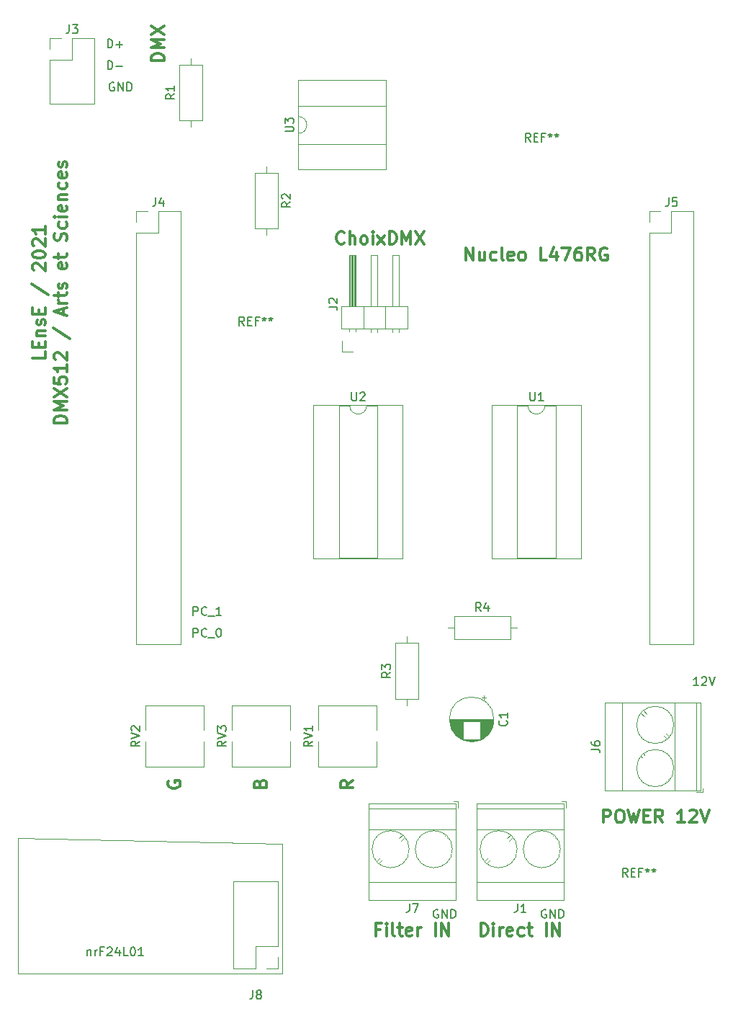
<source format=gbr>
%TF.GenerationSoftware,KiCad,Pcbnew,(5.1.6)-1*%
%TF.CreationDate,2021-10-18T16:55:43+02:00*%
%TF.ProjectId,carteDmx512,63617274-6544-46d7-9835-31322e6b6963,rev?*%
%TF.SameCoordinates,Original*%
%TF.FileFunction,Legend,Top*%
%TF.FilePolarity,Positive*%
%FSLAX46Y46*%
G04 Gerber Fmt 4.6, Leading zero omitted, Abs format (unit mm)*
G04 Created by KiCad (PCBNEW (5.1.6)-1) date 2021-10-18 16:55:43*
%MOMM*%
%LPD*%
G01*
G04 APERTURE LIST*
%ADD10C,0.150000*%
%ADD11C,0.120000*%
%ADD12C,0.300000*%
G04 APERTURE END LIST*
D10*
X239268095Y-154440000D02*
X239172857Y-154392380D01*
X239030000Y-154392380D01*
X238887142Y-154440000D01*
X238791904Y-154535238D01*
X238744285Y-154630476D01*
X238696666Y-154820952D01*
X238696666Y-154963809D01*
X238744285Y-155154285D01*
X238791904Y-155249523D01*
X238887142Y-155344761D01*
X239030000Y-155392380D01*
X239125238Y-155392380D01*
X239268095Y-155344761D01*
X239315714Y-155297142D01*
X239315714Y-154963809D01*
X239125238Y-154963809D01*
X239744285Y-155392380D02*
X239744285Y-154392380D01*
X240315714Y-155392380D01*
X240315714Y-154392380D01*
X240791904Y-155392380D02*
X240791904Y-154392380D01*
X241030000Y-154392380D01*
X241172857Y-154440000D01*
X241268095Y-154535238D01*
X241315714Y-154630476D01*
X241363333Y-154820952D01*
X241363333Y-154963809D01*
X241315714Y-155154285D01*
X241268095Y-155249523D01*
X241172857Y-155344761D01*
X241030000Y-155392380D01*
X240791904Y-155392380D01*
X251968095Y-154440000D02*
X251872857Y-154392380D01*
X251730000Y-154392380D01*
X251587142Y-154440000D01*
X251491904Y-154535238D01*
X251444285Y-154630476D01*
X251396666Y-154820952D01*
X251396666Y-154963809D01*
X251444285Y-155154285D01*
X251491904Y-155249523D01*
X251587142Y-155344761D01*
X251730000Y-155392380D01*
X251825238Y-155392380D01*
X251968095Y-155344761D01*
X252015714Y-155297142D01*
X252015714Y-154963809D01*
X251825238Y-154963809D01*
X252444285Y-155392380D02*
X252444285Y-154392380D01*
X253015714Y-155392380D01*
X253015714Y-154392380D01*
X253491904Y-155392380D02*
X253491904Y-154392380D01*
X253730000Y-154392380D01*
X253872857Y-154440000D01*
X253968095Y-154535238D01*
X254015714Y-154630476D01*
X254063333Y-154820952D01*
X254063333Y-154963809D01*
X254015714Y-155154285D01*
X253968095Y-155249523D01*
X253872857Y-155344761D01*
X253730000Y-155392380D01*
X253491904Y-155392380D01*
D11*
X220980000Y-146685000D02*
X220980000Y-161925000D01*
X189865000Y-146050000D02*
X220980000Y-146685000D01*
X189865000Y-161925000D02*
X189865000Y-146050000D01*
X220980000Y-161925000D02*
X189865000Y-161925000D01*
D10*
X269890952Y-128087380D02*
X269319523Y-128087380D01*
X269605238Y-128087380D02*
X269605238Y-127087380D01*
X269510000Y-127230238D01*
X269414761Y-127325476D01*
X269319523Y-127373095D01*
X270271904Y-127182619D02*
X270319523Y-127135000D01*
X270414761Y-127087380D01*
X270652857Y-127087380D01*
X270748095Y-127135000D01*
X270795714Y-127182619D01*
X270843333Y-127277857D01*
X270843333Y-127373095D01*
X270795714Y-127515952D01*
X270224285Y-128087380D01*
X270843333Y-128087380D01*
X271129047Y-127087380D02*
X271462380Y-128087380D01*
X271795714Y-127087380D01*
X198033095Y-159170714D02*
X198033095Y-159837380D01*
X198033095Y-159265952D02*
X198080714Y-159218333D01*
X198175952Y-159170714D01*
X198318809Y-159170714D01*
X198414047Y-159218333D01*
X198461666Y-159313571D01*
X198461666Y-159837380D01*
X198937857Y-159837380D02*
X198937857Y-159170714D01*
X198937857Y-159361190D02*
X198985476Y-159265952D01*
X199033095Y-159218333D01*
X199128333Y-159170714D01*
X199223571Y-159170714D01*
X199890238Y-159313571D02*
X199556904Y-159313571D01*
X199556904Y-159837380D02*
X199556904Y-158837380D01*
X200033095Y-158837380D01*
X200366428Y-158932619D02*
X200414047Y-158885000D01*
X200509285Y-158837380D01*
X200747380Y-158837380D01*
X200842619Y-158885000D01*
X200890238Y-158932619D01*
X200937857Y-159027857D01*
X200937857Y-159123095D01*
X200890238Y-159265952D01*
X200318809Y-159837380D01*
X200937857Y-159837380D01*
X201795000Y-159170714D02*
X201795000Y-159837380D01*
X201556904Y-158789761D02*
X201318809Y-159504047D01*
X201937857Y-159504047D01*
X202795000Y-159837380D02*
X202318809Y-159837380D01*
X202318809Y-158837380D01*
X203318809Y-158837380D02*
X203414047Y-158837380D01*
X203509285Y-158885000D01*
X203556904Y-158932619D01*
X203604523Y-159027857D01*
X203652142Y-159218333D01*
X203652142Y-159456428D01*
X203604523Y-159646904D01*
X203556904Y-159742142D01*
X203509285Y-159789761D01*
X203414047Y-159837380D01*
X203318809Y-159837380D01*
X203223571Y-159789761D01*
X203175952Y-159742142D01*
X203128333Y-159646904D01*
X203080714Y-159456428D01*
X203080714Y-159218333D01*
X203128333Y-159027857D01*
X203175952Y-158932619D01*
X203223571Y-158885000D01*
X203318809Y-158837380D01*
X204604523Y-159837380D02*
X204033095Y-159837380D01*
X204318809Y-159837380D02*
X204318809Y-158837380D01*
X204223571Y-158980238D01*
X204128333Y-159075476D01*
X204033095Y-159123095D01*
D12*
X242539285Y-78148571D02*
X242539285Y-76648571D01*
X243396428Y-78148571D01*
X243396428Y-76648571D01*
X244753571Y-77148571D02*
X244753571Y-78148571D01*
X244110714Y-77148571D02*
X244110714Y-77934285D01*
X244182142Y-78077142D01*
X244325000Y-78148571D01*
X244539285Y-78148571D01*
X244682142Y-78077142D01*
X244753571Y-78005714D01*
X246110714Y-78077142D02*
X245967857Y-78148571D01*
X245682142Y-78148571D01*
X245539285Y-78077142D01*
X245467857Y-78005714D01*
X245396428Y-77862857D01*
X245396428Y-77434285D01*
X245467857Y-77291428D01*
X245539285Y-77220000D01*
X245682142Y-77148571D01*
X245967857Y-77148571D01*
X246110714Y-77220000D01*
X246967857Y-78148571D02*
X246825000Y-78077142D01*
X246753571Y-77934285D01*
X246753571Y-76648571D01*
X248110714Y-78077142D02*
X247967857Y-78148571D01*
X247682142Y-78148571D01*
X247539285Y-78077142D01*
X247467857Y-77934285D01*
X247467857Y-77362857D01*
X247539285Y-77220000D01*
X247682142Y-77148571D01*
X247967857Y-77148571D01*
X248110714Y-77220000D01*
X248182142Y-77362857D01*
X248182142Y-77505714D01*
X247467857Y-77648571D01*
X249039285Y-78148571D02*
X248896428Y-78077142D01*
X248825000Y-78005714D01*
X248753571Y-77862857D01*
X248753571Y-77434285D01*
X248825000Y-77291428D01*
X248896428Y-77220000D01*
X249039285Y-77148571D01*
X249253571Y-77148571D01*
X249396428Y-77220000D01*
X249467857Y-77291428D01*
X249539285Y-77434285D01*
X249539285Y-77862857D01*
X249467857Y-78005714D01*
X249396428Y-78077142D01*
X249253571Y-78148571D01*
X249039285Y-78148571D01*
X252039285Y-78148571D02*
X251325000Y-78148571D01*
X251325000Y-76648571D01*
X253182142Y-77148571D02*
X253182142Y-78148571D01*
X252825000Y-76577142D02*
X252467857Y-77648571D01*
X253396428Y-77648571D01*
X253825000Y-76648571D02*
X254825000Y-76648571D01*
X254182142Y-78148571D01*
X256039285Y-76648571D02*
X255753571Y-76648571D01*
X255610714Y-76720000D01*
X255539285Y-76791428D01*
X255396428Y-77005714D01*
X255325000Y-77291428D01*
X255325000Y-77862857D01*
X255396428Y-78005714D01*
X255467857Y-78077142D01*
X255610714Y-78148571D01*
X255896428Y-78148571D01*
X256039285Y-78077142D01*
X256110714Y-78005714D01*
X256182142Y-77862857D01*
X256182142Y-77505714D01*
X256110714Y-77362857D01*
X256039285Y-77291428D01*
X255896428Y-77220000D01*
X255610714Y-77220000D01*
X255467857Y-77291428D01*
X255396428Y-77362857D01*
X255325000Y-77505714D01*
X257682142Y-78148571D02*
X257182142Y-77434285D01*
X256825000Y-78148571D02*
X256825000Y-76648571D01*
X257396428Y-76648571D01*
X257539285Y-76720000D01*
X257610714Y-76791428D01*
X257682142Y-76934285D01*
X257682142Y-77148571D01*
X257610714Y-77291428D01*
X257539285Y-77362857D01*
X257396428Y-77434285D01*
X256825000Y-77434285D01*
X259110714Y-76720000D02*
X258967857Y-76648571D01*
X258753571Y-76648571D01*
X258539285Y-76720000D01*
X258396428Y-76862857D01*
X258325000Y-77005714D01*
X258253571Y-77291428D01*
X258253571Y-77505714D01*
X258325000Y-77791428D01*
X258396428Y-77934285D01*
X258539285Y-78077142D01*
X258753571Y-78148571D01*
X258896428Y-78148571D01*
X259110714Y-78077142D01*
X259182142Y-78005714D01*
X259182142Y-77505714D01*
X258896428Y-77505714D01*
X207053571Y-54669285D02*
X205553571Y-54669285D01*
X205553571Y-54312142D01*
X205625000Y-54097857D01*
X205767857Y-53955000D01*
X205910714Y-53883571D01*
X206196428Y-53812142D01*
X206410714Y-53812142D01*
X206696428Y-53883571D01*
X206839285Y-53955000D01*
X206982142Y-54097857D01*
X207053571Y-54312142D01*
X207053571Y-54669285D01*
X207053571Y-53169285D02*
X205553571Y-53169285D01*
X206625000Y-52669285D01*
X205553571Y-52169285D01*
X207053571Y-52169285D01*
X205553571Y-51597857D02*
X207053571Y-50597857D01*
X205553571Y-50597857D02*
X207053571Y-51597857D01*
X228231428Y-76100714D02*
X228160000Y-76172142D01*
X227945714Y-76243571D01*
X227802857Y-76243571D01*
X227588571Y-76172142D01*
X227445714Y-76029285D01*
X227374285Y-75886428D01*
X227302857Y-75600714D01*
X227302857Y-75386428D01*
X227374285Y-75100714D01*
X227445714Y-74957857D01*
X227588571Y-74815000D01*
X227802857Y-74743571D01*
X227945714Y-74743571D01*
X228160000Y-74815000D01*
X228231428Y-74886428D01*
X228874285Y-76243571D02*
X228874285Y-74743571D01*
X229517142Y-76243571D02*
X229517142Y-75457857D01*
X229445714Y-75315000D01*
X229302857Y-75243571D01*
X229088571Y-75243571D01*
X228945714Y-75315000D01*
X228874285Y-75386428D01*
X230445714Y-76243571D02*
X230302857Y-76172142D01*
X230231428Y-76100714D01*
X230160000Y-75957857D01*
X230160000Y-75529285D01*
X230231428Y-75386428D01*
X230302857Y-75315000D01*
X230445714Y-75243571D01*
X230660000Y-75243571D01*
X230802857Y-75315000D01*
X230874285Y-75386428D01*
X230945714Y-75529285D01*
X230945714Y-75957857D01*
X230874285Y-76100714D01*
X230802857Y-76172142D01*
X230660000Y-76243571D01*
X230445714Y-76243571D01*
X231588571Y-76243571D02*
X231588571Y-75243571D01*
X231588571Y-74743571D02*
X231517142Y-74815000D01*
X231588571Y-74886428D01*
X231660000Y-74815000D01*
X231588571Y-74743571D01*
X231588571Y-74886428D01*
X232160000Y-76243571D02*
X232945714Y-75243571D01*
X232160000Y-75243571D02*
X232945714Y-76243571D01*
X233517142Y-76243571D02*
X233517142Y-74743571D01*
X233874285Y-74743571D01*
X234088571Y-74815000D01*
X234231428Y-74957857D01*
X234302857Y-75100714D01*
X234374285Y-75386428D01*
X234374285Y-75600714D01*
X234302857Y-75886428D01*
X234231428Y-76029285D01*
X234088571Y-76172142D01*
X233874285Y-76243571D01*
X233517142Y-76243571D01*
X235017142Y-76243571D02*
X235017142Y-74743571D01*
X235517142Y-75815000D01*
X236017142Y-74743571D01*
X236017142Y-76243571D01*
X236588571Y-74743571D02*
X237588571Y-76243571D01*
X237588571Y-74743571D02*
X236588571Y-76243571D01*
X218332857Y-139592857D02*
X218404285Y-139378571D01*
X218475714Y-139307142D01*
X218618571Y-139235714D01*
X218832857Y-139235714D01*
X218975714Y-139307142D01*
X219047142Y-139378571D01*
X219118571Y-139521428D01*
X219118571Y-140092857D01*
X217618571Y-140092857D01*
X217618571Y-139592857D01*
X217690000Y-139450000D01*
X217761428Y-139378571D01*
X217904285Y-139307142D01*
X218047142Y-139307142D01*
X218190000Y-139378571D01*
X218261428Y-139450000D01*
X218332857Y-139592857D01*
X218332857Y-140092857D01*
X207530000Y-139307142D02*
X207458571Y-139450000D01*
X207458571Y-139664285D01*
X207530000Y-139878571D01*
X207672857Y-140021428D01*
X207815714Y-140092857D01*
X208101428Y-140164285D01*
X208315714Y-140164285D01*
X208601428Y-140092857D01*
X208744285Y-140021428D01*
X208887142Y-139878571D01*
X208958571Y-139664285D01*
X208958571Y-139521428D01*
X208887142Y-139307142D01*
X208815714Y-139235714D01*
X208315714Y-139235714D01*
X208315714Y-139521428D01*
X229278571Y-139235714D02*
X228564285Y-139735714D01*
X229278571Y-140092857D02*
X227778571Y-140092857D01*
X227778571Y-139521428D01*
X227850000Y-139378571D01*
X227921428Y-139307142D01*
X228064285Y-139235714D01*
X228278571Y-139235714D01*
X228421428Y-139307142D01*
X228492857Y-139378571D01*
X228564285Y-139521428D01*
X228564285Y-140092857D01*
X258687857Y-144188571D02*
X258687857Y-142688571D01*
X259259285Y-142688571D01*
X259402142Y-142760000D01*
X259473571Y-142831428D01*
X259545000Y-142974285D01*
X259545000Y-143188571D01*
X259473571Y-143331428D01*
X259402142Y-143402857D01*
X259259285Y-143474285D01*
X258687857Y-143474285D01*
X260473571Y-142688571D02*
X260759285Y-142688571D01*
X260902142Y-142760000D01*
X261045000Y-142902857D01*
X261116428Y-143188571D01*
X261116428Y-143688571D01*
X261045000Y-143974285D01*
X260902142Y-144117142D01*
X260759285Y-144188571D01*
X260473571Y-144188571D01*
X260330714Y-144117142D01*
X260187857Y-143974285D01*
X260116428Y-143688571D01*
X260116428Y-143188571D01*
X260187857Y-142902857D01*
X260330714Y-142760000D01*
X260473571Y-142688571D01*
X261616428Y-142688571D02*
X261973571Y-144188571D01*
X262259285Y-143117142D01*
X262545000Y-144188571D01*
X262902142Y-142688571D01*
X263473571Y-143402857D02*
X263973571Y-143402857D01*
X264187857Y-144188571D02*
X263473571Y-144188571D01*
X263473571Y-142688571D01*
X264187857Y-142688571D01*
X265687857Y-144188571D02*
X265187857Y-143474285D01*
X264830714Y-144188571D02*
X264830714Y-142688571D01*
X265402142Y-142688571D01*
X265545000Y-142760000D01*
X265616428Y-142831428D01*
X265687857Y-142974285D01*
X265687857Y-143188571D01*
X265616428Y-143331428D01*
X265545000Y-143402857D01*
X265402142Y-143474285D01*
X264830714Y-143474285D01*
X268259285Y-144188571D02*
X267402142Y-144188571D01*
X267830714Y-144188571D02*
X267830714Y-142688571D01*
X267687857Y-142902857D01*
X267545000Y-143045714D01*
X267402142Y-143117142D01*
X268830714Y-142831428D02*
X268902142Y-142760000D01*
X269045000Y-142688571D01*
X269402142Y-142688571D01*
X269545000Y-142760000D01*
X269616428Y-142831428D01*
X269687857Y-142974285D01*
X269687857Y-143117142D01*
X269616428Y-143331428D01*
X268759285Y-144188571D01*
X269687857Y-144188571D01*
X270116428Y-142688571D02*
X270616428Y-144188571D01*
X271116428Y-142688571D01*
X244277142Y-157523571D02*
X244277142Y-156023571D01*
X244634285Y-156023571D01*
X244848571Y-156095000D01*
X244991428Y-156237857D01*
X245062857Y-156380714D01*
X245134285Y-156666428D01*
X245134285Y-156880714D01*
X245062857Y-157166428D01*
X244991428Y-157309285D01*
X244848571Y-157452142D01*
X244634285Y-157523571D01*
X244277142Y-157523571D01*
X245777142Y-157523571D02*
X245777142Y-156523571D01*
X245777142Y-156023571D02*
X245705714Y-156095000D01*
X245777142Y-156166428D01*
X245848571Y-156095000D01*
X245777142Y-156023571D01*
X245777142Y-156166428D01*
X246491428Y-157523571D02*
X246491428Y-156523571D01*
X246491428Y-156809285D02*
X246562857Y-156666428D01*
X246634285Y-156595000D01*
X246777142Y-156523571D01*
X246920000Y-156523571D01*
X247991428Y-157452142D02*
X247848571Y-157523571D01*
X247562857Y-157523571D01*
X247420000Y-157452142D01*
X247348571Y-157309285D01*
X247348571Y-156737857D01*
X247420000Y-156595000D01*
X247562857Y-156523571D01*
X247848571Y-156523571D01*
X247991428Y-156595000D01*
X248062857Y-156737857D01*
X248062857Y-156880714D01*
X247348571Y-157023571D01*
X249348571Y-157452142D02*
X249205714Y-157523571D01*
X248920000Y-157523571D01*
X248777142Y-157452142D01*
X248705714Y-157380714D01*
X248634285Y-157237857D01*
X248634285Y-156809285D01*
X248705714Y-156666428D01*
X248777142Y-156595000D01*
X248920000Y-156523571D01*
X249205714Y-156523571D01*
X249348571Y-156595000D01*
X249777142Y-156523571D02*
X250348571Y-156523571D01*
X249991428Y-156023571D02*
X249991428Y-157309285D01*
X250062857Y-157452142D01*
X250205714Y-157523571D01*
X250348571Y-157523571D01*
X251991428Y-157523571D02*
X251991428Y-156023571D01*
X252705714Y-157523571D02*
X252705714Y-156023571D01*
X253562857Y-157523571D01*
X253562857Y-156023571D01*
X232434285Y-156737857D02*
X231934285Y-156737857D01*
X231934285Y-157523571D02*
X231934285Y-156023571D01*
X232648571Y-156023571D01*
X233220000Y-157523571D02*
X233220000Y-156523571D01*
X233220000Y-156023571D02*
X233148571Y-156095000D01*
X233220000Y-156166428D01*
X233291428Y-156095000D01*
X233220000Y-156023571D01*
X233220000Y-156166428D01*
X234148571Y-157523571D02*
X234005714Y-157452142D01*
X233934285Y-157309285D01*
X233934285Y-156023571D01*
X234505714Y-156523571D02*
X235077142Y-156523571D01*
X234720000Y-156023571D02*
X234720000Y-157309285D01*
X234791428Y-157452142D01*
X234934285Y-157523571D01*
X235077142Y-157523571D01*
X236148571Y-157452142D02*
X236005714Y-157523571D01*
X235720000Y-157523571D01*
X235577142Y-157452142D01*
X235505714Y-157309285D01*
X235505714Y-156737857D01*
X235577142Y-156595000D01*
X235720000Y-156523571D01*
X236005714Y-156523571D01*
X236148571Y-156595000D01*
X236220000Y-156737857D01*
X236220000Y-156880714D01*
X235505714Y-157023571D01*
X236862857Y-157523571D02*
X236862857Y-156523571D01*
X236862857Y-156809285D02*
X236934285Y-156666428D01*
X237005714Y-156595000D01*
X237148571Y-156523571D01*
X237291428Y-156523571D01*
X238934285Y-157523571D02*
X238934285Y-156023571D01*
X239648571Y-157523571D02*
X239648571Y-156023571D01*
X240505714Y-157523571D01*
X240505714Y-156023571D01*
X193078571Y-88879285D02*
X193078571Y-89593571D01*
X191578571Y-89593571D01*
X192292857Y-88379285D02*
X192292857Y-87879285D01*
X193078571Y-87665000D02*
X193078571Y-88379285D01*
X191578571Y-88379285D01*
X191578571Y-87665000D01*
X192078571Y-87022142D02*
X193078571Y-87022142D01*
X192221428Y-87022142D02*
X192150000Y-86950714D01*
X192078571Y-86807857D01*
X192078571Y-86593571D01*
X192150000Y-86450714D01*
X192292857Y-86379285D01*
X193078571Y-86379285D01*
X193007142Y-85736428D02*
X193078571Y-85593571D01*
X193078571Y-85307857D01*
X193007142Y-85165000D01*
X192864285Y-85093571D01*
X192792857Y-85093571D01*
X192650000Y-85165000D01*
X192578571Y-85307857D01*
X192578571Y-85522142D01*
X192507142Y-85665000D01*
X192364285Y-85736428D01*
X192292857Y-85736428D01*
X192150000Y-85665000D01*
X192078571Y-85522142D01*
X192078571Y-85307857D01*
X192150000Y-85165000D01*
X192292857Y-84450714D02*
X192292857Y-83950714D01*
X193078571Y-83736428D02*
X193078571Y-84450714D01*
X191578571Y-84450714D01*
X191578571Y-83736428D01*
X191507142Y-80879285D02*
X193435714Y-82165000D01*
X191721428Y-79307857D02*
X191650000Y-79236428D01*
X191578571Y-79093571D01*
X191578571Y-78736428D01*
X191650000Y-78593571D01*
X191721428Y-78522142D01*
X191864285Y-78450714D01*
X192007142Y-78450714D01*
X192221428Y-78522142D01*
X193078571Y-79379285D01*
X193078571Y-78450714D01*
X191578571Y-77522142D02*
X191578571Y-77379285D01*
X191650000Y-77236428D01*
X191721428Y-77165000D01*
X191864285Y-77093571D01*
X192150000Y-77022142D01*
X192507142Y-77022142D01*
X192792857Y-77093571D01*
X192935714Y-77165000D01*
X193007142Y-77236428D01*
X193078571Y-77379285D01*
X193078571Y-77522142D01*
X193007142Y-77665000D01*
X192935714Y-77736428D01*
X192792857Y-77807857D01*
X192507142Y-77879285D01*
X192150000Y-77879285D01*
X191864285Y-77807857D01*
X191721428Y-77736428D01*
X191650000Y-77665000D01*
X191578571Y-77522142D01*
X191721428Y-76450714D02*
X191650000Y-76379285D01*
X191578571Y-76236428D01*
X191578571Y-75879285D01*
X191650000Y-75736428D01*
X191721428Y-75665000D01*
X191864285Y-75593571D01*
X192007142Y-75593571D01*
X192221428Y-75665000D01*
X193078571Y-76522142D01*
X193078571Y-75593571D01*
X193078571Y-74165000D02*
X193078571Y-75022142D01*
X193078571Y-74593571D02*
X191578571Y-74593571D01*
X191792857Y-74736428D01*
X191935714Y-74879285D01*
X192007142Y-75022142D01*
X195628571Y-97236428D02*
X194128571Y-97236428D01*
X194128571Y-96879285D01*
X194200000Y-96665000D01*
X194342857Y-96522142D01*
X194485714Y-96450714D01*
X194771428Y-96379285D01*
X194985714Y-96379285D01*
X195271428Y-96450714D01*
X195414285Y-96522142D01*
X195557142Y-96665000D01*
X195628571Y-96879285D01*
X195628571Y-97236428D01*
X195628571Y-95736428D02*
X194128571Y-95736428D01*
X195200000Y-95236428D01*
X194128571Y-94736428D01*
X195628571Y-94736428D01*
X194128571Y-94165000D02*
X195628571Y-93165000D01*
X194128571Y-93165000D02*
X195628571Y-94165000D01*
X194128571Y-91879285D02*
X194128571Y-92593571D01*
X194842857Y-92665000D01*
X194771428Y-92593571D01*
X194700000Y-92450714D01*
X194700000Y-92093571D01*
X194771428Y-91950714D01*
X194842857Y-91879285D01*
X194985714Y-91807857D01*
X195342857Y-91807857D01*
X195485714Y-91879285D01*
X195557142Y-91950714D01*
X195628571Y-92093571D01*
X195628571Y-92450714D01*
X195557142Y-92593571D01*
X195485714Y-92665000D01*
X195628571Y-90379285D02*
X195628571Y-91236428D01*
X195628571Y-90807857D02*
X194128571Y-90807857D01*
X194342857Y-90950714D01*
X194485714Y-91093571D01*
X194557142Y-91236428D01*
X194271428Y-89807857D02*
X194200000Y-89736428D01*
X194128571Y-89593571D01*
X194128571Y-89236428D01*
X194200000Y-89093571D01*
X194271428Y-89022142D01*
X194414285Y-88950714D01*
X194557142Y-88950714D01*
X194771428Y-89022142D01*
X195628571Y-89879285D01*
X195628571Y-88950714D01*
X194057142Y-86093571D02*
X195985714Y-87379285D01*
X195200000Y-84522142D02*
X195200000Y-83807857D01*
X195628571Y-84665000D02*
X194128571Y-84165000D01*
X195628571Y-83665000D01*
X195628571Y-83165000D02*
X194628571Y-83165000D01*
X194914285Y-83165000D02*
X194771428Y-83093571D01*
X194700000Y-83022142D01*
X194628571Y-82879285D01*
X194628571Y-82736428D01*
X194628571Y-82450714D02*
X194628571Y-81879285D01*
X194128571Y-82236428D02*
X195414285Y-82236428D01*
X195557142Y-82165000D01*
X195628571Y-82022142D01*
X195628571Y-81879285D01*
X195557142Y-81450714D02*
X195628571Y-81307857D01*
X195628571Y-81022142D01*
X195557142Y-80879285D01*
X195414285Y-80807857D01*
X195342857Y-80807857D01*
X195200000Y-80879285D01*
X195128571Y-81022142D01*
X195128571Y-81236428D01*
X195057142Y-81379285D01*
X194914285Y-81450714D01*
X194842857Y-81450714D01*
X194700000Y-81379285D01*
X194628571Y-81236428D01*
X194628571Y-81022142D01*
X194700000Y-80879285D01*
X195557142Y-78450714D02*
X195628571Y-78593571D01*
X195628571Y-78879285D01*
X195557142Y-79022142D01*
X195414285Y-79093571D01*
X194842857Y-79093571D01*
X194700000Y-79022142D01*
X194628571Y-78879285D01*
X194628571Y-78593571D01*
X194700000Y-78450714D01*
X194842857Y-78379285D01*
X194985714Y-78379285D01*
X195128571Y-79093571D01*
X194628571Y-77950714D02*
X194628571Y-77379285D01*
X194128571Y-77736428D02*
X195414285Y-77736428D01*
X195557142Y-77665000D01*
X195628571Y-77522142D01*
X195628571Y-77379285D01*
X195557142Y-75807857D02*
X195628571Y-75593571D01*
X195628571Y-75236428D01*
X195557142Y-75093571D01*
X195485714Y-75022142D01*
X195342857Y-74950714D01*
X195200000Y-74950714D01*
X195057142Y-75022142D01*
X194985714Y-75093571D01*
X194914285Y-75236428D01*
X194842857Y-75522142D01*
X194771428Y-75665000D01*
X194700000Y-75736428D01*
X194557142Y-75807857D01*
X194414285Y-75807857D01*
X194271428Y-75736428D01*
X194200000Y-75665000D01*
X194128571Y-75522142D01*
X194128571Y-75165000D01*
X194200000Y-74950714D01*
X195557142Y-73665000D02*
X195628571Y-73807857D01*
X195628571Y-74093571D01*
X195557142Y-74236428D01*
X195485714Y-74307857D01*
X195342857Y-74379285D01*
X194914285Y-74379285D01*
X194771428Y-74307857D01*
X194700000Y-74236428D01*
X194628571Y-74093571D01*
X194628571Y-73807857D01*
X194700000Y-73665000D01*
X195628571Y-73022142D02*
X194628571Y-73022142D01*
X194128571Y-73022142D02*
X194200000Y-73093571D01*
X194271428Y-73022142D01*
X194200000Y-72950714D01*
X194128571Y-73022142D01*
X194271428Y-73022142D01*
X195557142Y-71736428D02*
X195628571Y-71879285D01*
X195628571Y-72165000D01*
X195557142Y-72307857D01*
X195414285Y-72379285D01*
X194842857Y-72379285D01*
X194700000Y-72307857D01*
X194628571Y-72165000D01*
X194628571Y-71879285D01*
X194700000Y-71736428D01*
X194842857Y-71665000D01*
X194985714Y-71665000D01*
X195128571Y-72379285D01*
X194628571Y-71022142D02*
X195628571Y-71022142D01*
X194771428Y-71022142D02*
X194700000Y-70950714D01*
X194628571Y-70807857D01*
X194628571Y-70593571D01*
X194700000Y-70450714D01*
X194842857Y-70379285D01*
X195628571Y-70379285D01*
X195557142Y-69022142D02*
X195628571Y-69165000D01*
X195628571Y-69450714D01*
X195557142Y-69593571D01*
X195485714Y-69665000D01*
X195342857Y-69736428D01*
X194914285Y-69736428D01*
X194771428Y-69665000D01*
X194700000Y-69593571D01*
X194628571Y-69450714D01*
X194628571Y-69165000D01*
X194700000Y-69022142D01*
X195557142Y-67807857D02*
X195628571Y-67950714D01*
X195628571Y-68236428D01*
X195557142Y-68379285D01*
X195414285Y-68450714D01*
X194842857Y-68450714D01*
X194700000Y-68379285D01*
X194628571Y-68236428D01*
X194628571Y-67950714D01*
X194700000Y-67807857D01*
X194842857Y-67736428D01*
X194985714Y-67736428D01*
X195128571Y-68450714D01*
X195557142Y-67165000D02*
X195628571Y-67022142D01*
X195628571Y-66736428D01*
X195557142Y-66593571D01*
X195414285Y-66522142D01*
X195342857Y-66522142D01*
X195200000Y-66593571D01*
X195128571Y-66736428D01*
X195128571Y-66950714D01*
X195057142Y-67093571D01*
X194914285Y-67165000D01*
X194842857Y-67165000D01*
X194700000Y-67093571D01*
X194628571Y-66950714D01*
X194628571Y-66736428D01*
X194700000Y-66593571D01*
D10*
X200414047Y-55697380D02*
X200414047Y-54697380D01*
X200652142Y-54697380D01*
X200795000Y-54745000D01*
X200890238Y-54840238D01*
X200937857Y-54935476D01*
X200985476Y-55125952D01*
X200985476Y-55268809D01*
X200937857Y-55459285D01*
X200890238Y-55554523D01*
X200795000Y-55649761D01*
X200652142Y-55697380D01*
X200414047Y-55697380D01*
X201414047Y-55316428D02*
X202175952Y-55316428D01*
X200414047Y-53157380D02*
X200414047Y-52157380D01*
X200652142Y-52157380D01*
X200795000Y-52205000D01*
X200890238Y-52300238D01*
X200937857Y-52395476D01*
X200985476Y-52585952D01*
X200985476Y-52728809D01*
X200937857Y-52919285D01*
X200890238Y-53014523D01*
X200795000Y-53109761D01*
X200652142Y-53157380D01*
X200414047Y-53157380D01*
X201414047Y-52776428D02*
X202175952Y-52776428D01*
X201795000Y-53157380D02*
X201795000Y-52395476D01*
X201168095Y-57285000D02*
X201072857Y-57237380D01*
X200930000Y-57237380D01*
X200787142Y-57285000D01*
X200691904Y-57380238D01*
X200644285Y-57475476D01*
X200596666Y-57665952D01*
X200596666Y-57808809D01*
X200644285Y-57999285D01*
X200691904Y-58094523D01*
X200787142Y-58189761D01*
X200930000Y-58237380D01*
X201025238Y-58237380D01*
X201168095Y-58189761D01*
X201215714Y-58142142D01*
X201215714Y-57808809D01*
X201025238Y-57808809D01*
X201644285Y-58237380D02*
X201644285Y-57237380D01*
X202215714Y-58237380D01*
X202215714Y-57237380D01*
X202691904Y-58237380D02*
X202691904Y-57237380D01*
X202930000Y-57237380D01*
X203072857Y-57285000D01*
X203168095Y-57380238D01*
X203215714Y-57475476D01*
X203263333Y-57665952D01*
X203263333Y-57808809D01*
X203215714Y-57999285D01*
X203168095Y-58094523D01*
X203072857Y-58189761D01*
X202930000Y-58237380D01*
X202691904Y-58237380D01*
X210470952Y-119832380D02*
X210470952Y-118832380D01*
X210851904Y-118832380D01*
X210947142Y-118880000D01*
X210994761Y-118927619D01*
X211042380Y-119022857D01*
X211042380Y-119165714D01*
X210994761Y-119260952D01*
X210947142Y-119308571D01*
X210851904Y-119356190D01*
X210470952Y-119356190D01*
X212042380Y-119737142D02*
X211994761Y-119784761D01*
X211851904Y-119832380D01*
X211756666Y-119832380D01*
X211613809Y-119784761D01*
X211518571Y-119689523D01*
X211470952Y-119594285D01*
X211423333Y-119403809D01*
X211423333Y-119260952D01*
X211470952Y-119070476D01*
X211518571Y-118975238D01*
X211613809Y-118880000D01*
X211756666Y-118832380D01*
X211851904Y-118832380D01*
X211994761Y-118880000D01*
X212042380Y-118927619D01*
X212232857Y-119927619D02*
X212994761Y-119927619D01*
X213756666Y-119832380D02*
X213185238Y-119832380D01*
X213470952Y-119832380D02*
X213470952Y-118832380D01*
X213375714Y-118975238D01*
X213280476Y-119070476D01*
X213185238Y-119118095D01*
X210470952Y-122372380D02*
X210470952Y-121372380D01*
X210851904Y-121372380D01*
X210947142Y-121420000D01*
X210994761Y-121467619D01*
X211042380Y-121562857D01*
X211042380Y-121705714D01*
X210994761Y-121800952D01*
X210947142Y-121848571D01*
X210851904Y-121896190D01*
X210470952Y-121896190D01*
X212042380Y-122277142D02*
X211994761Y-122324761D01*
X211851904Y-122372380D01*
X211756666Y-122372380D01*
X211613809Y-122324761D01*
X211518571Y-122229523D01*
X211470952Y-122134285D01*
X211423333Y-121943809D01*
X211423333Y-121800952D01*
X211470952Y-121610476D01*
X211518571Y-121515238D01*
X211613809Y-121420000D01*
X211756666Y-121372380D01*
X211851904Y-121372380D01*
X211994761Y-121420000D01*
X212042380Y-121467619D01*
X212232857Y-122467619D02*
X212994761Y-122467619D01*
X213423333Y-121372380D02*
X213518571Y-121372380D01*
X213613809Y-121420000D01*
X213661428Y-121467619D01*
X213709047Y-121562857D01*
X213756666Y-121753333D01*
X213756666Y-121991428D01*
X213709047Y-122181904D01*
X213661428Y-122277142D01*
X213613809Y-122324761D01*
X213518571Y-122372380D01*
X213423333Y-122372380D01*
X213328095Y-122324761D01*
X213280476Y-122277142D01*
X213232857Y-122181904D01*
X213185238Y-121991428D01*
X213185238Y-121753333D01*
X213232857Y-121562857D01*
X213280476Y-121467619D01*
X213328095Y-121420000D01*
X213423333Y-121372380D01*
D11*
%TO.C,U1*%
X256075000Y-95130000D02*
X245575000Y-95130000D01*
X256075000Y-113150000D02*
X256075000Y-95130000D01*
X245575000Y-113150000D02*
X256075000Y-113150000D01*
X245575000Y-95130000D02*
X245575000Y-113150000D01*
X253075000Y-95190000D02*
X251825000Y-95190000D01*
X253075000Y-113090000D02*
X253075000Y-95190000D01*
X248575000Y-113090000D02*
X253075000Y-113090000D01*
X248575000Y-95190000D02*
X248575000Y-113090000D01*
X249825000Y-95190000D02*
X248575000Y-95190000D01*
X251825000Y-95190000D02*
G75*
G02*
X249825000Y-95190000I-1000000J0D01*
G01*
%TO.C,J4*%
X203775000Y-123250000D02*
X208975000Y-123250000D01*
X203775000Y-74930000D02*
X203775000Y-123250000D01*
X208975000Y-72330000D02*
X208975000Y-123250000D01*
X203775000Y-74930000D02*
X206375000Y-74930000D01*
X206375000Y-74930000D02*
X206375000Y-72330000D01*
X206375000Y-72330000D02*
X208975000Y-72330000D01*
X203775000Y-73660000D02*
X203775000Y-72330000D01*
X203775000Y-72330000D02*
X205105000Y-72330000D01*
%TO.C,J5*%
X264100000Y-72330000D02*
X265430000Y-72330000D01*
X264100000Y-73660000D02*
X264100000Y-72330000D01*
X266700000Y-72330000D02*
X269300000Y-72330000D01*
X266700000Y-74930000D02*
X266700000Y-72330000D01*
X264100000Y-74930000D02*
X266700000Y-74930000D01*
X269300000Y-72330000D02*
X269300000Y-123250000D01*
X264100000Y-74930000D02*
X264100000Y-123250000D01*
X264100000Y-123250000D02*
X269300000Y-123250000D01*
%TO.C,J3*%
X193615000Y-59750000D02*
X198815000Y-59750000D01*
X193615000Y-54610000D02*
X193615000Y-59750000D01*
X198815000Y-52010000D02*
X198815000Y-59750000D01*
X193615000Y-54610000D02*
X196215000Y-54610000D01*
X196215000Y-54610000D02*
X196215000Y-52010000D01*
X196215000Y-52010000D02*
X198815000Y-52010000D01*
X193615000Y-53340000D02*
X193615000Y-52010000D01*
X193615000Y-52010000D02*
X194945000Y-52010000D01*
%TO.C,RV1*%
X225180000Y-130425000D02*
X232020000Y-130425000D01*
X225180000Y-137665000D02*
X232020000Y-137665000D01*
X232020000Y-133335000D02*
X232020000Y-130425000D01*
X232020000Y-137665000D02*
X232020000Y-134635000D01*
X225180000Y-133335000D02*
X225180000Y-130425000D01*
X225180000Y-137665000D02*
X225180000Y-134635000D01*
%TO.C,RV2*%
X204860000Y-137665000D02*
X204860000Y-134635000D01*
X204860000Y-133335000D02*
X204860000Y-130425000D01*
X211700000Y-137665000D02*
X211700000Y-134635000D01*
X211700000Y-133335000D02*
X211700000Y-130425000D01*
X204860000Y-137665000D02*
X211700000Y-137665000D01*
X204860000Y-130425000D02*
X211700000Y-130425000D01*
%TO.C,RV3*%
X215020000Y-137665000D02*
X215020000Y-134635000D01*
X215020000Y-133335000D02*
X215020000Y-130425000D01*
X221860000Y-137665000D02*
X221860000Y-134635000D01*
X221860000Y-133335000D02*
X221860000Y-130425000D01*
X215020000Y-137665000D02*
X221860000Y-137665000D01*
X215020000Y-130425000D02*
X221860000Y-130425000D01*
%TO.C,U3*%
X222825000Y-63230000D02*
X222825000Y-64480000D01*
X222825000Y-64480000D02*
X233105000Y-64480000D01*
X233105000Y-64480000D02*
X233105000Y-59980000D01*
X233105000Y-59980000D02*
X222825000Y-59980000D01*
X222825000Y-59980000D02*
X222825000Y-61230000D01*
X222765000Y-67480000D02*
X233165000Y-67480000D01*
X233165000Y-67480000D02*
X233165000Y-56980000D01*
X233165000Y-56980000D02*
X222765000Y-56980000D01*
X222765000Y-56980000D02*
X222765000Y-67480000D01*
X222825000Y-61230000D02*
G75*
G02*
X222825000Y-63230000I0J-1000000D01*
G01*
%TO.C,J6*%
X266975000Y-137795000D02*
G75*
G03*
X266975000Y-137795000I-2180000J0D01*
G01*
X266975000Y-132715000D02*
G75*
G03*
X266975000Y-132715000I-2180000J0D01*
G01*
X269595000Y-140395000D02*
X269595000Y-130115000D01*
X267095000Y-140395000D02*
X267095000Y-130115000D01*
X260895000Y-140395000D02*
X260895000Y-130115000D01*
X258835000Y-140395000D02*
X258835000Y-130115000D01*
X270155000Y-140395000D02*
X270155000Y-130115000D01*
X258835000Y-140395000D02*
X270155000Y-140395000D01*
X258835000Y-130115000D02*
X270155000Y-130115000D01*
X263407000Y-136141000D02*
X263514000Y-136248000D01*
X266342000Y-139077000D02*
X266449000Y-139183000D01*
X263141000Y-136407000D02*
X263248000Y-136514000D01*
X266076000Y-139343000D02*
X266183000Y-139449000D01*
X263407000Y-131061000D02*
X263803000Y-131456000D01*
X266069000Y-133722000D02*
X266449000Y-134102000D01*
X263141000Y-131327000D02*
X263521000Y-131707000D01*
X265787000Y-133973000D02*
X266183000Y-134368000D01*
X269655000Y-140635000D02*
X270395000Y-140635000D01*
X270395000Y-140635000D02*
X270395000Y-140135000D01*
%TO.C,J2*%
X227905000Y-86190000D02*
X235645000Y-86190000D01*
X235645000Y-86190000D02*
X235645000Y-83530000D01*
X235645000Y-83530000D02*
X227905000Y-83530000D01*
X227905000Y-83530000D02*
X227905000Y-86190000D01*
X228855000Y-83530000D02*
X228855000Y-77530000D01*
X228855000Y-77530000D02*
X229615000Y-77530000D01*
X229615000Y-77530000D02*
X229615000Y-83530000D01*
X228915000Y-83530000D02*
X228915000Y-77530000D01*
X229035000Y-83530000D02*
X229035000Y-77530000D01*
X229155000Y-83530000D02*
X229155000Y-77530000D01*
X229275000Y-83530000D02*
X229275000Y-77530000D01*
X229395000Y-83530000D02*
X229395000Y-77530000D01*
X229515000Y-83530000D02*
X229515000Y-77530000D01*
X228855000Y-86520000D02*
X228855000Y-86190000D01*
X229615000Y-86520000D02*
X229615000Y-86190000D01*
X230505000Y-86190000D02*
X230505000Y-83530000D01*
X231395000Y-83530000D02*
X231395000Y-77530000D01*
X231395000Y-77530000D02*
X232155000Y-77530000D01*
X232155000Y-77530000D02*
X232155000Y-83530000D01*
X231395000Y-86587071D02*
X231395000Y-86190000D01*
X232155000Y-86587071D02*
X232155000Y-86190000D01*
X233045000Y-86190000D02*
X233045000Y-83530000D01*
X233935000Y-83530000D02*
X233935000Y-77530000D01*
X233935000Y-77530000D02*
X234695000Y-77530000D01*
X234695000Y-77530000D02*
X234695000Y-83530000D01*
X233935000Y-86587071D02*
X233935000Y-86190000D01*
X234695000Y-86587071D02*
X234695000Y-86190000D01*
X229235000Y-88900000D02*
X227965000Y-88900000D01*
X227965000Y-88900000D02*
X227965000Y-87630000D01*
%TO.C,U2*%
X228870000Y-95190000D02*
X227620000Y-95190000D01*
X227620000Y-95190000D02*
X227620000Y-113090000D01*
X227620000Y-113090000D02*
X232120000Y-113090000D01*
X232120000Y-113090000D02*
X232120000Y-95190000D01*
X232120000Y-95190000D02*
X230870000Y-95190000D01*
X224620000Y-95130000D02*
X224620000Y-113150000D01*
X224620000Y-113150000D02*
X235120000Y-113150000D01*
X235120000Y-113150000D02*
X235120000Y-95130000D01*
X235120000Y-95130000D02*
X224620000Y-95130000D01*
X230870000Y-95190000D02*
G75*
G02*
X228870000Y-95190000I-1000000J0D01*
G01*
%TO.C,J7*%
X241600000Y-141720000D02*
X241100000Y-141720000D01*
X241600000Y-142460000D02*
X241600000Y-141720000D01*
X234938000Y-146328000D02*
X235333000Y-145932000D01*
X232292000Y-148974000D02*
X232672000Y-148594000D01*
X234687000Y-146046000D02*
X235067000Y-145666000D01*
X232026000Y-148708000D02*
X232421000Y-148312000D01*
X240308000Y-146039000D02*
X240414000Y-145932000D01*
X237372000Y-148974000D02*
X237479000Y-148867000D01*
X240042000Y-145773000D02*
X240148000Y-145666000D01*
X237106000Y-148708000D02*
X237213000Y-148601000D01*
X231080000Y-153280000D02*
X231080000Y-141960000D01*
X241360000Y-153280000D02*
X241360000Y-141960000D01*
X241360000Y-141960000D02*
X231080000Y-141960000D01*
X241360000Y-153280000D02*
X231080000Y-153280000D01*
X241360000Y-151220000D02*
X231080000Y-151220000D01*
X241360000Y-145020000D02*
X231080000Y-145020000D01*
X241360000Y-142520000D02*
X231080000Y-142520000D01*
X235860000Y-147320000D02*
G75*
G03*
X235860000Y-147320000I-2180000J0D01*
G01*
X240940000Y-147320000D02*
G75*
G03*
X240940000Y-147320000I-2180000J0D01*
G01*
%TO.C,R3*%
X234215000Y-129635000D02*
X236955000Y-129635000D01*
X236955000Y-129635000D02*
X236955000Y-123095000D01*
X236955000Y-123095000D02*
X234215000Y-123095000D01*
X234215000Y-123095000D02*
X234215000Y-129635000D01*
X235585000Y-130405000D02*
X235585000Y-129635000D01*
X235585000Y-122325000D02*
X235585000Y-123095000D01*
%TO.C,R4*%
X248515000Y-121285000D02*
X247745000Y-121285000D01*
X240435000Y-121285000D02*
X241205000Y-121285000D01*
X247745000Y-119915000D02*
X241205000Y-119915000D01*
X247745000Y-122655000D02*
X247745000Y-119915000D01*
X241205000Y-122655000D02*
X247745000Y-122655000D01*
X241205000Y-119915000D02*
X241205000Y-122655000D01*
%TO.C,J1*%
X254300000Y-141720000D02*
X253800000Y-141720000D01*
X254300000Y-142460000D02*
X254300000Y-141720000D01*
X247638000Y-146328000D02*
X248033000Y-145932000D01*
X244992000Y-148974000D02*
X245372000Y-148594000D01*
X247387000Y-146046000D02*
X247767000Y-145666000D01*
X244726000Y-148708000D02*
X245121000Y-148312000D01*
X253008000Y-146039000D02*
X253114000Y-145932000D01*
X250072000Y-148974000D02*
X250179000Y-148867000D01*
X252742000Y-145773000D02*
X252848000Y-145666000D01*
X249806000Y-148708000D02*
X249913000Y-148601000D01*
X243780000Y-153280000D02*
X243780000Y-141960000D01*
X254060000Y-153280000D02*
X254060000Y-141960000D01*
X254060000Y-141960000D02*
X243780000Y-141960000D01*
X254060000Y-153280000D02*
X243780000Y-153280000D01*
X254060000Y-151220000D02*
X243780000Y-151220000D01*
X254060000Y-145020000D02*
X243780000Y-145020000D01*
X254060000Y-142520000D02*
X243780000Y-142520000D01*
X248560000Y-147320000D02*
G75*
G03*
X248560000Y-147320000I-2180000J0D01*
G01*
X253640000Y-147320000D02*
G75*
G03*
X253640000Y-147320000I-2180000J0D01*
G01*
%TO.C,J8*%
X220405000Y-151070000D02*
X215205000Y-151070000D01*
X220405000Y-158750000D02*
X220405000Y-151070000D01*
X215205000Y-161350000D02*
X215205000Y-151070000D01*
X220405000Y-158750000D02*
X217805000Y-158750000D01*
X217805000Y-158750000D02*
X217805000Y-161350000D01*
X217805000Y-161350000D02*
X215205000Y-161350000D01*
X220405000Y-160020000D02*
X220405000Y-161350000D01*
X220405000Y-161350000D02*
X219075000Y-161350000D01*
%TO.C,C1*%
X245825000Y-132060000D02*
G75*
G03*
X245825000Y-132060000I-2620000J0D01*
G01*
X245785000Y-132060000D02*
X240625000Y-132060000D01*
X245785000Y-132100000D02*
X240625000Y-132100000D01*
X245784000Y-132140000D02*
X240626000Y-132140000D01*
X245783000Y-132180000D02*
X240627000Y-132180000D01*
X245781000Y-132220000D02*
X240629000Y-132220000D01*
X245778000Y-132260000D02*
X240632000Y-132260000D01*
X245774000Y-132300000D02*
X244245000Y-132300000D01*
X242165000Y-132300000D02*
X240636000Y-132300000D01*
X245770000Y-132340000D02*
X244245000Y-132340000D01*
X242165000Y-132340000D02*
X240640000Y-132340000D01*
X245766000Y-132380000D02*
X244245000Y-132380000D01*
X242165000Y-132380000D02*
X240644000Y-132380000D01*
X245761000Y-132420000D02*
X244245000Y-132420000D01*
X242165000Y-132420000D02*
X240649000Y-132420000D01*
X245755000Y-132460000D02*
X244245000Y-132460000D01*
X242165000Y-132460000D02*
X240655000Y-132460000D01*
X245748000Y-132500000D02*
X244245000Y-132500000D01*
X242165000Y-132500000D02*
X240662000Y-132500000D01*
X245741000Y-132540000D02*
X244245000Y-132540000D01*
X242165000Y-132540000D02*
X240669000Y-132540000D01*
X245733000Y-132580000D02*
X244245000Y-132580000D01*
X242165000Y-132580000D02*
X240677000Y-132580000D01*
X245725000Y-132620000D02*
X244245000Y-132620000D01*
X242165000Y-132620000D02*
X240685000Y-132620000D01*
X245716000Y-132660000D02*
X244245000Y-132660000D01*
X242165000Y-132660000D02*
X240694000Y-132660000D01*
X245706000Y-132700000D02*
X244245000Y-132700000D01*
X242165000Y-132700000D02*
X240704000Y-132700000D01*
X245696000Y-132740000D02*
X244245000Y-132740000D01*
X242165000Y-132740000D02*
X240714000Y-132740000D01*
X245685000Y-132781000D02*
X244245000Y-132781000D01*
X242165000Y-132781000D02*
X240725000Y-132781000D01*
X245673000Y-132821000D02*
X244245000Y-132821000D01*
X242165000Y-132821000D02*
X240737000Y-132821000D01*
X245660000Y-132861000D02*
X244245000Y-132861000D01*
X242165000Y-132861000D02*
X240750000Y-132861000D01*
X245647000Y-132901000D02*
X244245000Y-132901000D01*
X242165000Y-132901000D02*
X240763000Y-132901000D01*
X245633000Y-132941000D02*
X244245000Y-132941000D01*
X242165000Y-132941000D02*
X240777000Y-132941000D01*
X245619000Y-132981000D02*
X244245000Y-132981000D01*
X242165000Y-132981000D02*
X240791000Y-132981000D01*
X245603000Y-133021000D02*
X244245000Y-133021000D01*
X242165000Y-133021000D02*
X240807000Y-133021000D01*
X245587000Y-133061000D02*
X244245000Y-133061000D01*
X242165000Y-133061000D02*
X240823000Y-133061000D01*
X245570000Y-133101000D02*
X244245000Y-133101000D01*
X242165000Y-133101000D02*
X240840000Y-133101000D01*
X245553000Y-133141000D02*
X244245000Y-133141000D01*
X242165000Y-133141000D02*
X240857000Y-133141000D01*
X245534000Y-133181000D02*
X244245000Y-133181000D01*
X242165000Y-133181000D02*
X240876000Y-133181000D01*
X245515000Y-133221000D02*
X244245000Y-133221000D01*
X242165000Y-133221000D02*
X240895000Y-133221000D01*
X245495000Y-133261000D02*
X244245000Y-133261000D01*
X242165000Y-133261000D02*
X240915000Y-133261000D01*
X245473000Y-133301000D02*
X244245000Y-133301000D01*
X242165000Y-133301000D02*
X240937000Y-133301000D01*
X245452000Y-133341000D02*
X244245000Y-133341000D01*
X242165000Y-133341000D02*
X240958000Y-133341000D01*
X245429000Y-133381000D02*
X244245000Y-133381000D01*
X242165000Y-133381000D02*
X240981000Y-133381000D01*
X245405000Y-133421000D02*
X244245000Y-133421000D01*
X242165000Y-133421000D02*
X241005000Y-133421000D01*
X245380000Y-133461000D02*
X244245000Y-133461000D01*
X242165000Y-133461000D02*
X241030000Y-133461000D01*
X245354000Y-133501000D02*
X244245000Y-133501000D01*
X242165000Y-133501000D02*
X241056000Y-133501000D01*
X245327000Y-133541000D02*
X244245000Y-133541000D01*
X242165000Y-133541000D02*
X241083000Y-133541000D01*
X245300000Y-133581000D02*
X244245000Y-133581000D01*
X242165000Y-133581000D02*
X241110000Y-133581000D01*
X245270000Y-133621000D02*
X244245000Y-133621000D01*
X242165000Y-133621000D02*
X241140000Y-133621000D01*
X245240000Y-133661000D02*
X244245000Y-133661000D01*
X242165000Y-133661000D02*
X241170000Y-133661000D01*
X245209000Y-133701000D02*
X244245000Y-133701000D01*
X242165000Y-133701000D02*
X241201000Y-133701000D01*
X245176000Y-133741000D02*
X244245000Y-133741000D01*
X242165000Y-133741000D02*
X241234000Y-133741000D01*
X245142000Y-133781000D02*
X244245000Y-133781000D01*
X242165000Y-133781000D02*
X241268000Y-133781000D01*
X245106000Y-133821000D02*
X244245000Y-133821000D01*
X242165000Y-133821000D02*
X241304000Y-133821000D01*
X245069000Y-133861000D02*
X244245000Y-133861000D01*
X242165000Y-133861000D02*
X241341000Y-133861000D01*
X245031000Y-133901000D02*
X244245000Y-133901000D01*
X242165000Y-133901000D02*
X241379000Y-133901000D01*
X244990000Y-133941000D02*
X244245000Y-133941000D01*
X242165000Y-133941000D02*
X241420000Y-133941000D01*
X244948000Y-133981000D02*
X244245000Y-133981000D01*
X242165000Y-133981000D02*
X241462000Y-133981000D01*
X244904000Y-134021000D02*
X244245000Y-134021000D01*
X242165000Y-134021000D02*
X241506000Y-134021000D01*
X244858000Y-134061000D02*
X244245000Y-134061000D01*
X242165000Y-134061000D02*
X241552000Y-134061000D01*
X244810000Y-134101000D02*
X244245000Y-134101000D01*
X242165000Y-134101000D02*
X241600000Y-134101000D01*
X244759000Y-134141000D02*
X244245000Y-134141000D01*
X242165000Y-134141000D02*
X241651000Y-134141000D01*
X244705000Y-134181000D02*
X244245000Y-134181000D01*
X242165000Y-134181000D02*
X241705000Y-134181000D01*
X244648000Y-134221000D02*
X244245000Y-134221000D01*
X242165000Y-134221000D02*
X241762000Y-134221000D01*
X244588000Y-134261000D02*
X244245000Y-134261000D01*
X242165000Y-134261000D02*
X241822000Y-134261000D01*
X244524000Y-134301000D02*
X244245000Y-134301000D01*
X242165000Y-134301000D02*
X241886000Y-134301000D01*
X244456000Y-134341000D02*
X244245000Y-134341000D01*
X242165000Y-134341000D02*
X241954000Y-134341000D01*
X244383000Y-134381000D02*
X242027000Y-134381000D01*
X244303000Y-134421000D02*
X242107000Y-134421000D01*
X244216000Y-134461000D02*
X242194000Y-134461000D01*
X244120000Y-134501000D02*
X242290000Y-134501000D01*
X244010000Y-134541000D02*
X242400000Y-134541000D01*
X243882000Y-134581000D02*
X242528000Y-134581000D01*
X243723000Y-134621000D02*
X242687000Y-134621000D01*
X243489000Y-134661000D02*
X242921000Y-134661000D01*
X244680000Y-129255225D02*
X244680000Y-129755225D01*
X244930000Y-129505225D02*
X244430000Y-129505225D01*
%TO.C,R1*%
X210185000Y-54380000D02*
X210185000Y-55150000D01*
X210185000Y-62460000D02*
X210185000Y-61690000D01*
X208815000Y-55150000D02*
X208815000Y-61690000D01*
X211555000Y-55150000D02*
X208815000Y-55150000D01*
X211555000Y-61690000D02*
X211555000Y-55150000D01*
X208815000Y-61690000D02*
X211555000Y-61690000D01*
%TO.C,R2*%
X220445000Y-67850000D02*
X217705000Y-67850000D01*
X217705000Y-67850000D02*
X217705000Y-74390000D01*
X217705000Y-74390000D02*
X220445000Y-74390000D01*
X220445000Y-74390000D02*
X220445000Y-67850000D01*
X219075000Y-67080000D02*
X219075000Y-67850000D01*
X219075000Y-75160000D02*
X219075000Y-74390000D01*
%TO.C,U1*%
D10*
X250063095Y-93642380D02*
X250063095Y-94451904D01*
X250110714Y-94547142D01*
X250158333Y-94594761D01*
X250253571Y-94642380D01*
X250444047Y-94642380D01*
X250539285Y-94594761D01*
X250586904Y-94547142D01*
X250634523Y-94451904D01*
X250634523Y-93642380D01*
X251634523Y-94642380D02*
X251063095Y-94642380D01*
X251348809Y-94642380D02*
X251348809Y-93642380D01*
X251253571Y-93785238D01*
X251158333Y-93880476D01*
X251063095Y-93928095D01*
%TO.C,J4*%
X206041666Y-70782380D02*
X206041666Y-71496666D01*
X205994047Y-71639523D01*
X205898809Y-71734761D01*
X205755952Y-71782380D01*
X205660714Y-71782380D01*
X206946428Y-71115714D02*
X206946428Y-71782380D01*
X206708333Y-70734761D02*
X206470238Y-71449047D01*
X207089285Y-71449047D01*
%TO.C,J5*%
X266366666Y-70782380D02*
X266366666Y-71496666D01*
X266319047Y-71639523D01*
X266223809Y-71734761D01*
X266080952Y-71782380D01*
X265985714Y-71782380D01*
X267319047Y-70782380D02*
X266842857Y-70782380D01*
X266795238Y-71258571D01*
X266842857Y-71210952D01*
X266938095Y-71163333D01*
X267176190Y-71163333D01*
X267271428Y-71210952D01*
X267319047Y-71258571D01*
X267366666Y-71353809D01*
X267366666Y-71591904D01*
X267319047Y-71687142D01*
X267271428Y-71734761D01*
X267176190Y-71782380D01*
X266938095Y-71782380D01*
X266842857Y-71734761D01*
X266795238Y-71687142D01*
%TO.C,J3*%
X195881666Y-50462380D02*
X195881666Y-51176666D01*
X195834047Y-51319523D01*
X195738809Y-51414761D01*
X195595952Y-51462380D01*
X195500714Y-51462380D01*
X196262619Y-50462380D02*
X196881666Y-50462380D01*
X196548333Y-50843333D01*
X196691190Y-50843333D01*
X196786428Y-50890952D01*
X196834047Y-50938571D01*
X196881666Y-51033809D01*
X196881666Y-51271904D01*
X196834047Y-51367142D01*
X196786428Y-51414761D01*
X196691190Y-51462380D01*
X196405476Y-51462380D01*
X196310238Y-51414761D01*
X196262619Y-51367142D01*
%TO.C,RV1*%
X224502380Y-134640238D02*
X224026190Y-134973571D01*
X224502380Y-135211666D02*
X223502380Y-135211666D01*
X223502380Y-134830714D01*
X223550000Y-134735476D01*
X223597619Y-134687857D01*
X223692857Y-134640238D01*
X223835714Y-134640238D01*
X223930952Y-134687857D01*
X223978571Y-134735476D01*
X224026190Y-134830714D01*
X224026190Y-135211666D01*
X223502380Y-134354523D02*
X224502380Y-134021190D01*
X223502380Y-133687857D01*
X224502380Y-132830714D02*
X224502380Y-133402142D01*
X224502380Y-133116428D02*
X223502380Y-133116428D01*
X223645238Y-133211666D01*
X223740476Y-133306904D01*
X223788095Y-133402142D01*
%TO.C,RV2*%
X204182380Y-134640238D02*
X203706190Y-134973571D01*
X204182380Y-135211666D02*
X203182380Y-135211666D01*
X203182380Y-134830714D01*
X203230000Y-134735476D01*
X203277619Y-134687857D01*
X203372857Y-134640238D01*
X203515714Y-134640238D01*
X203610952Y-134687857D01*
X203658571Y-134735476D01*
X203706190Y-134830714D01*
X203706190Y-135211666D01*
X203182380Y-134354523D02*
X204182380Y-134021190D01*
X203182380Y-133687857D01*
X203277619Y-133402142D02*
X203230000Y-133354523D01*
X203182380Y-133259285D01*
X203182380Y-133021190D01*
X203230000Y-132925952D01*
X203277619Y-132878333D01*
X203372857Y-132830714D01*
X203468095Y-132830714D01*
X203610952Y-132878333D01*
X204182380Y-133449761D01*
X204182380Y-132830714D01*
%TO.C,RV3*%
X214342380Y-134640238D02*
X213866190Y-134973571D01*
X214342380Y-135211666D02*
X213342380Y-135211666D01*
X213342380Y-134830714D01*
X213390000Y-134735476D01*
X213437619Y-134687857D01*
X213532857Y-134640238D01*
X213675714Y-134640238D01*
X213770952Y-134687857D01*
X213818571Y-134735476D01*
X213866190Y-134830714D01*
X213866190Y-135211666D01*
X213342380Y-134354523D02*
X214342380Y-134021190D01*
X213342380Y-133687857D01*
X213342380Y-133449761D02*
X213342380Y-132830714D01*
X213723333Y-133164047D01*
X213723333Y-133021190D01*
X213770952Y-132925952D01*
X213818571Y-132878333D01*
X213913809Y-132830714D01*
X214151904Y-132830714D01*
X214247142Y-132878333D01*
X214294761Y-132925952D01*
X214342380Y-133021190D01*
X214342380Y-133306904D01*
X214294761Y-133402142D01*
X214247142Y-133449761D01*
%TO.C,U3*%
X221277380Y-62991904D02*
X222086904Y-62991904D01*
X222182142Y-62944285D01*
X222229761Y-62896666D01*
X222277380Y-62801428D01*
X222277380Y-62610952D01*
X222229761Y-62515714D01*
X222182142Y-62468095D01*
X222086904Y-62420476D01*
X221277380Y-62420476D01*
X221277380Y-62039523D02*
X221277380Y-61420476D01*
X221658333Y-61753809D01*
X221658333Y-61610952D01*
X221705952Y-61515714D01*
X221753571Y-61468095D01*
X221848809Y-61420476D01*
X222086904Y-61420476D01*
X222182142Y-61468095D01*
X222229761Y-61515714D01*
X222277380Y-61610952D01*
X222277380Y-61896666D01*
X222229761Y-61991904D01*
X222182142Y-62039523D01*
%TO.C,J6*%
X257287380Y-135588333D02*
X258001666Y-135588333D01*
X258144523Y-135635952D01*
X258239761Y-135731190D01*
X258287380Y-135874047D01*
X258287380Y-135969285D01*
X257287380Y-134683571D02*
X257287380Y-134874047D01*
X257335000Y-134969285D01*
X257382619Y-135016904D01*
X257525476Y-135112142D01*
X257715952Y-135159761D01*
X258096904Y-135159761D01*
X258192142Y-135112142D01*
X258239761Y-135064523D01*
X258287380Y-134969285D01*
X258287380Y-134778809D01*
X258239761Y-134683571D01*
X258192142Y-134635952D01*
X258096904Y-134588333D01*
X257858809Y-134588333D01*
X257763571Y-134635952D01*
X257715952Y-134683571D01*
X257668333Y-134778809D01*
X257668333Y-134969285D01*
X257715952Y-135064523D01*
X257763571Y-135112142D01*
X257858809Y-135159761D01*
%TO.C,J2*%
X226417380Y-83578333D02*
X227131666Y-83578333D01*
X227274523Y-83625952D01*
X227369761Y-83721190D01*
X227417380Y-83864047D01*
X227417380Y-83959285D01*
X226512619Y-83149761D02*
X226465000Y-83102142D01*
X226417380Y-83006904D01*
X226417380Y-82768809D01*
X226465000Y-82673571D01*
X226512619Y-82625952D01*
X226607857Y-82578333D01*
X226703095Y-82578333D01*
X226845952Y-82625952D01*
X227417380Y-83197380D01*
X227417380Y-82578333D01*
%TO.C,U2*%
X229108095Y-93642380D02*
X229108095Y-94451904D01*
X229155714Y-94547142D01*
X229203333Y-94594761D01*
X229298571Y-94642380D01*
X229489047Y-94642380D01*
X229584285Y-94594761D01*
X229631904Y-94547142D01*
X229679523Y-94451904D01*
X229679523Y-93642380D01*
X230108095Y-93737619D02*
X230155714Y-93690000D01*
X230250952Y-93642380D01*
X230489047Y-93642380D01*
X230584285Y-93690000D01*
X230631904Y-93737619D01*
X230679523Y-93832857D01*
X230679523Y-93928095D01*
X230631904Y-94070952D01*
X230060476Y-94642380D01*
X230679523Y-94642380D01*
%TO.C,J7*%
X235886666Y-153732380D02*
X235886666Y-154446666D01*
X235839047Y-154589523D01*
X235743809Y-154684761D01*
X235600952Y-154732380D01*
X235505714Y-154732380D01*
X236267619Y-153732380D02*
X236934285Y-153732380D01*
X236505714Y-154732380D01*
%TO.C,R3*%
X233667380Y-126531666D02*
X233191190Y-126865000D01*
X233667380Y-127103095D02*
X232667380Y-127103095D01*
X232667380Y-126722142D01*
X232715000Y-126626904D01*
X232762619Y-126579285D01*
X232857857Y-126531666D01*
X233000714Y-126531666D01*
X233095952Y-126579285D01*
X233143571Y-126626904D01*
X233191190Y-126722142D01*
X233191190Y-127103095D01*
X232667380Y-126198333D02*
X232667380Y-125579285D01*
X233048333Y-125912619D01*
X233048333Y-125769761D01*
X233095952Y-125674523D01*
X233143571Y-125626904D01*
X233238809Y-125579285D01*
X233476904Y-125579285D01*
X233572142Y-125626904D01*
X233619761Y-125674523D01*
X233667380Y-125769761D01*
X233667380Y-126055476D01*
X233619761Y-126150714D01*
X233572142Y-126198333D01*
%TO.C,R4*%
X244308333Y-119367380D02*
X243975000Y-118891190D01*
X243736904Y-119367380D02*
X243736904Y-118367380D01*
X244117857Y-118367380D01*
X244213095Y-118415000D01*
X244260714Y-118462619D01*
X244308333Y-118557857D01*
X244308333Y-118700714D01*
X244260714Y-118795952D01*
X244213095Y-118843571D01*
X244117857Y-118891190D01*
X243736904Y-118891190D01*
X245165476Y-118700714D02*
X245165476Y-119367380D01*
X244927380Y-118319761D02*
X244689285Y-119034047D01*
X245308333Y-119034047D01*
%TO.C,J1*%
X248586666Y-153732380D02*
X248586666Y-154446666D01*
X248539047Y-154589523D01*
X248443809Y-154684761D01*
X248300952Y-154732380D01*
X248205714Y-154732380D01*
X249586666Y-154732380D02*
X249015238Y-154732380D01*
X249300952Y-154732380D02*
X249300952Y-153732380D01*
X249205714Y-153875238D01*
X249110476Y-153970476D01*
X249015238Y-154018095D01*
%TO.C,J8*%
X217471666Y-163917380D02*
X217471666Y-164631666D01*
X217424047Y-164774523D01*
X217328809Y-164869761D01*
X217185952Y-164917380D01*
X217090714Y-164917380D01*
X218090714Y-164345952D02*
X217995476Y-164298333D01*
X217947857Y-164250714D01*
X217900238Y-164155476D01*
X217900238Y-164107857D01*
X217947857Y-164012619D01*
X217995476Y-163965000D01*
X218090714Y-163917380D01*
X218281190Y-163917380D01*
X218376428Y-163965000D01*
X218424047Y-164012619D01*
X218471666Y-164107857D01*
X218471666Y-164155476D01*
X218424047Y-164250714D01*
X218376428Y-164298333D01*
X218281190Y-164345952D01*
X218090714Y-164345952D01*
X217995476Y-164393571D01*
X217947857Y-164441190D01*
X217900238Y-164536428D01*
X217900238Y-164726904D01*
X217947857Y-164822142D01*
X217995476Y-164869761D01*
X218090714Y-164917380D01*
X218281190Y-164917380D01*
X218376428Y-164869761D01*
X218424047Y-164822142D01*
X218471666Y-164726904D01*
X218471666Y-164536428D01*
X218424047Y-164441190D01*
X218376428Y-164393571D01*
X218281190Y-164345952D01*
%TO.C,C1*%
X247312142Y-132226666D02*
X247359761Y-132274285D01*
X247407380Y-132417142D01*
X247407380Y-132512380D01*
X247359761Y-132655238D01*
X247264523Y-132750476D01*
X247169285Y-132798095D01*
X246978809Y-132845714D01*
X246835952Y-132845714D01*
X246645476Y-132798095D01*
X246550238Y-132750476D01*
X246455000Y-132655238D01*
X246407380Y-132512380D01*
X246407380Y-132417142D01*
X246455000Y-132274285D01*
X246502619Y-132226666D01*
X247407380Y-131274285D02*
X247407380Y-131845714D01*
X247407380Y-131560000D02*
X246407380Y-131560000D01*
X246550238Y-131655238D01*
X246645476Y-131750476D01*
X246693095Y-131845714D01*
%TO.C,REF\u002A\u002A*%
X250126666Y-64197380D02*
X249793333Y-63721190D01*
X249555238Y-64197380D02*
X249555238Y-63197380D01*
X249936190Y-63197380D01*
X250031428Y-63245000D01*
X250079047Y-63292619D01*
X250126666Y-63387857D01*
X250126666Y-63530714D01*
X250079047Y-63625952D01*
X250031428Y-63673571D01*
X249936190Y-63721190D01*
X249555238Y-63721190D01*
X250555238Y-63673571D02*
X250888571Y-63673571D01*
X251031428Y-64197380D02*
X250555238Y-64197380D01*
X250555238Y-63197380D01*
X251031428Y-63197380D01*
X251793333Y-63673571D02*
X251460000Y-63673571D01*
X251460000Y-64197380D02*
X251460000Y-63197380D01*
X251936190Y-63197380D01*
X252460000Y-63197380D02*
X252460000Y-63435476D01*
X252221904Y-63340238D02*
X252460000Y-63435476D01*
X252698095Y-63340238D01*
X252317142Y-63625952D02*
X252460000Y-63435476D01*
X252602857Y-63625952D01*
X253221904Y-63197380D02*
X253221904Y-63435476D01*
X252983809Y-63340238D02*
X253221904Y-63435476D01*
X253460000Y-63340238D01*
X253079047Y-63625952D02*
X253221904Y-63435476D01*
X253364761Y-63625952D01*
X261556666Y-150557380D02*
X261223333Y-150081190D01*
X260985238Y-150557380D02*
X260985238Y-149557380D01*
X261366190Y-149557380D01*
X261461428Y-149605000D01*
X261509047Y-149652619D01*
X261556666Y-149747857D01*
X261556666Y-149890714D01*
X261509047Y-149985952D01*
X261461428Y-150033571D01*
X261366190Y-150081190D01*
X260985238Y-150081190D01*
X261985238Y-150033571D02*
X262318571Y-150033571D01*
X262461428Y-150557380D02*
X261985238Y-150557380D01*
X261985238Y-149557380D01*
X262461428Y-149557380D01*
X263223333Y-150033571D02*
X262890000Y-150033571D01*
X262890000Y-150557380D02*
X262890000Y-149557380D01*
X263366190Y-149557380D01*
X263890000Y-149557380D02*
X263890000Y-149795476D01*
X263651904Y-149700238D02*
X263890000Y-149795476D01*
X264128095Y-149700238D01*
X263747142Y-149985952D02*
X263890000Y-149795476D01*
X264032857Y-149985952D01*
X264651904Y-149557380D02*
X264651904Y-149795476D01*
X264413809Y-149700238D02*
X264651904Y-149795476D01*
X264890000Y-149700238D01*
X264509047Y-149985952D02*
X264651904Y-149795476D01*
X264794761Y-149985952D01*
X216471666Y-85787380D02*
X216138333Y-85311190D01*
X215900238Y-85787380D02*
X215900238Y-84787380D01*
X216281190Y-84787380D01*
X216376428Y-84835000D01*
X216424047Y-84882619D01*
X216471666Y-84977857D01*
X216471666Y-85120714D01*
X216424047Y-85215952D01*
X216376428Y-85263571D01*
X216281190Y-85311190D01*
X215900238Y-85311190D01*
X216900238Y-85263571D02*
X217233571Y-85263571D01*
X217376428Y-85787380D02*
X216900238Y-85787380D01*
X216900238Y-84787380D01*
X217376428Y-84787380D01*
X218138333Y-85263571D02*
X217805000Y-85263571D01*
X217805000Y-85787380D02*
X217805000Y-84787380D01*
X218281190Y-84787380D01*
X218805000Y-84787380D02*
X218805000Y-85025476D01*
X218566904Y-84930238D02*
X218805000Y-85025476D01*
X219043095Y-84930238D01*
X218662142Y-85215952D02*
X218805000Y-85025476D01*
X218947857Y-85215952D01*
X219566904Y-84787380D02*
X219566904Y-85025476D01*
X219328809Y-84930238D02*
X219566904Y-85025476D01*
X219805000Y-84930238D01*
X219424047Y-85215952D02*
X219566904Y-85025476D01*
X219709761Y-85215952D01*
%TO.C,R1*%
X208267380Y-58586666D02*
X207791190Y-58920000D01*
X208267380Y-59158095D02*
X207267380Y-59158095D01*
X207267380Y-58777142D01*
X207315000Y-58681904D01*
X207362619Y-58634285D01*
X207457857Y-58586666D01*
X207600714Y-58586666D01*
X207695952Y-58634285D01*
X207743571Y-58681904D01*
X207791190Y-58777142D01*
X207791190Y-59158095D01*
X208267380Y-57634285D02*
X208267380Y-58205714D01*
X208267380Y-57920000D02*
X207267380Y-57920000D01*
X207410238Y-58015238D01*
X207505476Y-58110476D01*
X207553095Y-58205714D01*
%TO.C,R2*%
X221897380Y-71286666D02*
X221421190Y-71620000D01*
X221897380Y-71858095D02*
X220897380Y-71858095D01*
X220897380Y-71477142D01*
X220945000Y-71381904D01*
X220992619Y-71334285D01*
X221087857Y-71286666D01*
X221230714Y-71286666D01*
X221325952Y-71334285D01*
X221373571Y-71381904D01*
X221421190Y-71477142D01*
X221421190Y-71858095D01*
X220992619Y-70905714D02*
X220945000Y-70858095D01*
X220897380Y-70762857D01*
X220897380Y-70524761D01*
X220945000Y-70429523D01*
X220992619Y-70381904D01*
X221087857Y-70334285D01*
X221183095Y-70334285D01*
X221325952Y-70381904D01*
X221897380Y-70953333D01*
X221897380Y-70334285D01*
%TD*%
M02*

</source>
